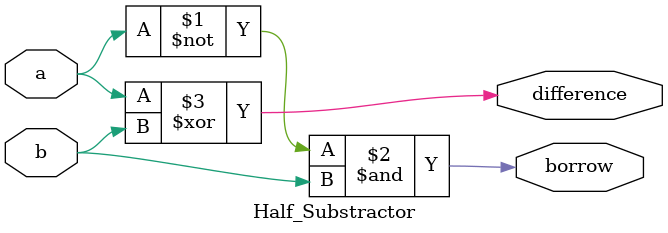
<source format=v>
`timescale 1ns / 1ps

module Half_Substractor(
   input a,
   input b,
   output borrow,
   output difference
    );

assign borrow = (~a) & b;
assign difference = a ^ b;
 
endmodule
</source>
